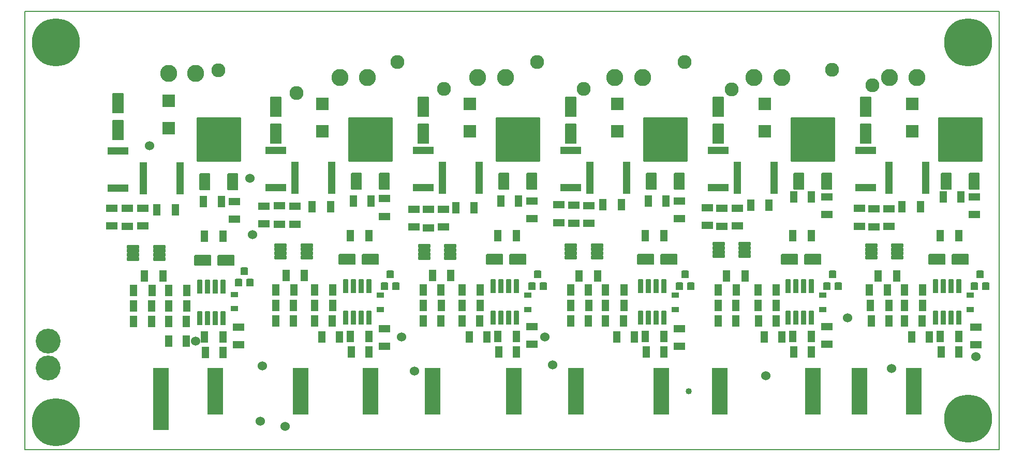
<source format=gbr>
G04 PROTEUS RS274X GERBER FILE*
%FSLAX45Y45*%
%MOMM*%
G01*
%ADD46C,1.524000*%
%ADD47C,1.016000*%
%ADD48C,2.286000*%
%ADD50C,4.064000*%
%ADD51C,2.794000*%
%AMPPAD046*
4,1,36,
-1.143000,1.270000,
1.143000,1.270000,
1.168970,1.267470,
1.192980,1.260200,
1.214580,1.248650,
1.233290,1.233290,
1.248650,1.214570,
1.260200,1.192980,
1.267470,1.168970,
1.270000,1.143000,
1.270000,-1.143000,
1.267470,-1.168970,
1.260200,-1.192980,
1.248650,-1.214570,
1.233290,-1.233290,
1.214580,-1.248650,
1.192980,-1.260200,
1.168970,-1.267470,
1.143000,-1.270000,
-1.143000,-1.270000,
-1.168970,-1.267470,
-1.192980,-1.260200,
-1.214580,-1.248650,
-1.233290,-1.233290,
-1.248650,-1.214570,
-1.260200,-1.192980,
-1.267470,-1.168970,
-1.270000,-1.143000,
-1.270000,1.143000,
-1.267470,1.168970,
-1.260200,1.192980,
-1.248650,1.214570,
-1.233290,1.233290,
-1.214580,1.248650,
-1.192980,1.260200,
-1.168970,1.267470,
-1.143000,1.270000,
0*%
%ADD52PPAD046*%
%AMPPAD065*
4,1,36,
-0.444500,-0.635000,
0.444500,-0.635000,
0.470470,-0.632470,
0.494480,-0.625200,
0.516080,-0.613650,
0.534790,-0.598290,
0.550150,-0.579570,
0.561700,-0.557980,
0.568970,-0.533970,
0.571500,-0.508000,
0.571500,0.508000,
0.568970,0.533970,
0.561700,0.557980,
0.550150,0.579570,
0.534790,0.598290,
0.516080,0.613650,
0.494480,0.625200,
0.470470,0.632470,
0.444500,0.635000,
-0.444500,0.635000,
-0.470470,0.632470,
-0.494480,0.625200,
-0.516080,0.613650,
-0.534790,0.598290,
-0.550150,0.579570,
-0.561700,0.557980,
-0.568970,0.533970,
-0.571500,0.508000,
-0.571500,-0.508000,
-0.568970,-0.533970,
-0.561700,-0.557980,
-0.550150,-0.579570,
-0.534790,-0.598290,
-0.516080,-0.613650,
-0.494480,-0.625200,
-0.470470,-0.632470,
-0.444500,-0.635000,
0*%
%ADD75PPAD065*%
%AMPPAD066*
4,1,36,
3.492500,3.619500,
-3.492500,3.619500,
-3.518470,3.616970,
-3.542480,3.609700,
-3.564080,3.598150,
-3.582790,3.582790,
-3.598150,3.564070,
-3.609700,3.542480,
-3.616970,3.518470,
-3.619500,3.492500,
-3.619500,-3.492500,
-3.616970,-3.518470,
-3.609700,-3.542480,
-3.598150,-3.564070,
-3.582790,-3.582790,
-3.564080,-3.598150,
-3.542480,-3.609700,
-3.518470,-3.616970,
-3.492500,-3.619500,
3.492500,-3.619500,
3.518470,-3.616970,
3.542480,-3.609700,
3.564080,-3.598150,
3.582790,-3.582790,
3.598150,-3.564070,
3.609700,-3.542480,
3.616970,-3.518470,
3.619500,-3.492500,
3.619500,3.492500,
3.616970,3.518470,
3.609700,3.542480,
3.598150,3.564070,
3.582790,3.582790,
3.564080,3.598150,
3.542480,3.609700,
3.518470,3.616970,
3.492500,3.619500,
0*%
%ADD76PPAD066*%
%AMPPAD067*
4,1,36,
0.762000,1.397000,
-0.762000,1.397000,
-0.787970,1.394470,
-0.811980,1.387200,
-0.833580,1.375650,
-0.852290,1.360290,
-0.867650,1.341570,
-0.879200,1.319980,
-0.886470,1.295970,
-0.889000,1.270000,
-0.889000,-1.270000,
-0.886470,-1.295970,
-0.879200,-1.319980,
-0.867650,-1.341570,
-0.852290,-1.360290,
-0.833580,-1.375650,
-0.811980,-1.387200,
-0.787970,-1.394470,
-0.762000,-1.397000,
0.762000,-1.397000,
0.787970,-1.394470,
0.811980,-1.387200,
0.833580,-1.375650,
0.852290,-1.360290,
0.867650,-1.341570,
0.879200,-1.319980,
0.886470,-1.295970,
0.889000,-1.270000,
0.889000,1.270000,
0.886470,1.295970,
0.879200,1.319980,
0.867650,1.341570,
0.852290,1.360290,
0.833580,1.375650,
0.811980,1.387200,
0.787970,1.394470,
0.762000,1.397000,
0*%
%ADD77PPAD067*%
%AMPPAD068*
4,1,4,
-1.054100,-1.054100,
1.054100,-1.054100,
1.054100,1.054100,
-1.054100,1.054100,
-1.054100,-1.054100,
0*%
%ADD78PPAD068*%
%AMPPAD069*
4,1,36,
-0.571500,0.317500,
-0.571500,-0.317500,
-0.568970,-0.343470,
-0.561700,-0.367480,
-0.550150,-0.389080,
-0.534790,-0.407790,
-0.516070,-0.423150,
-0.494480,-0.434700,
-0.470470,-0.441970,
-0.444500,-0.444500,
0.444500,-0.444500,
0.470470,-0.441970,
0.494480,-0.434700,
0.516070,-0.423150,
0.534790,-0.407790,
0.550150,-0.389080,
0.561700,-0.367480,
0.568970,-0.343470,
0.571500,-0.317500,
0.571500,0.317500,
0.568970,0.343470,
0.561700,0.367480,
0.550150,0.389080,
0.534790,0.407790,
0.516070,0.423150,
0.494480,0.434700,
0.470470,0.441970,
0.444500,0.444500,
-0.444500,0.444500,
-0.470470,0.441970,
-0.494480,0.434700,
-0.516070,0.423150,
-0.534790,0.407790,
-0.550150,0.389080,
-0.561700,0.367480,
-0.568970,0.343470,
-0.571500,0.317500,
0*%
%ADD79PPAD069*%
%AMPPAD070*
4,1,4,
-0.596900,-2.654300,
0.596900,-2.654300,
0.596900,2.654300,
-0.596900,2.654300,
-0.596900,-2.654300,
0*%
%ADD80PPAD070*%
%AMPPAD071*
4,1,36,
-0.825500,-1.651000,
0.825500,-1.651000,
0.851470,-1.648470,
0.875480,-1.641200,
0.897080,-1.629650,
0.915790,-1.614290,
0.931150,-1.595570,
0.942700,-1.573980,
0.949970,-1.549970,
0.952500,-1.524000,
0.952500,1.524000,
0.949970,1.549970,
0.942700,1.573980,
0.931150,1.595570,
0.915790,1.614290,
0.897080,1.629650,
0.875480,1.641200,
0.851470,1.648470,
0.825500,1.651000,
-0.825500,1.651000,
-0.851470,1.648470,
-0.875480,1.641200,
-0.897080,1.629650,
-0.915790,1.614290,
-0.931150,1.595570,
-0.942700,1.573980,
-0.949970,1.549970,
-0.952500,1.524000,
-0.952500,-1.524000,
-0.949970,-1.549970,
-0.942700,-1.573980,
-0.931150,-1.595570,
-0.915790,-1.614290,
-0.897080,-1.629650,
-0.875480,-1.641200,
-0.851470,-1.648470,
-0.825500,-1.651000,
0*%
%ADD81PPAD071*%
%AMPPAD058*
4,1,36,
-1.016000,-0.190500,
-1.016000,0.190500,
-1.013470,0.216470,
-1.006200,0.240480,
-0.994650,0.262080,
-0.979290,0.280790,
-0.960570,0.296150,
-0.938980,0.307700,
-0.914970,0.314970,
-0.889000,0.317500,
0.889000,0.317500,
0.914970,0.314970,
0.938980,0.307700,
0.960570,0.296150,
0.979290,0.280790,
0.994650,0.262080,
1.006200,0.240480,
1.013470,0.216470,
1.016000,0.190500,
1.016000,-0.190500,
1.013470,-0.216470,
1.006200,-0.240480,
0.994650,-0.262080,
0.979290,-0.280790,
0.960570,-0.296150,
0.938980,-0.307700,
0.914970,-0.314970,
0.889000,-0.317500,
-0.889000,-0.317500,
-0.914970,-0.314970,
-0.938980,-0.307700,
-0.960570,-0.296150,
-0.979290,-0.280790,
-0.994650,-0.262080,
-1.006200,-0.240480,
-1.013470,-0.216470,
-1.016000,-0.190500,
0*%
%ADD64PPAD058*%
%AMPPAD072*
4,1,36,
-0.317500,-1.143000,
0.317500,-1.143000,
0.343470,-1.140470,
0.367480,-1.133200,
0.389080,-1.121650,
0.407790,-1.106290,
0.423150,-1.087570,
0.434700,-1.065980,
0.441970,-1.041970,
0.444500,-1.016000,
0.444500,1.016000,
0.441970,1.041970,
0.434700,1.065980,
0.423150,1.087570,
0.407790,1.106290,
0.389080,1.121650,
0.367480,1.133200,
0.343470,1.140470,
0.317500,1.143000,
-0.317500,1.143000,
-0.343470,1.140470,
-0.367480,1.133200,
-0.389080,1.121650,
-0.407790,1.106290,
-0.423150,1.087570,
-0.434700,1.065980,
-0.441970,1.041970,
-0.444500,1.016000,
-0.444500,-1.016000,
-0.441970,-1.041970,
-0.434700,-1.065980,
-0.423150,-1.087570,
-0.407790,-1.106290,
-0.389080,-1.121650,
-0.367480,-1.133200,
-0.343470,-1.140470,
-0.317500,-1.143000,
0*%
%ADD82PPAD072*%
%AMPPAD073*
4,1,4,
-1.701800,0.622300,
-1.701800,-0.622300,
1.701800,-0.622300,
1.701800,0.622300,
-1.701800,0.622300,
0*%
%ADD83PPAD073*%
%AMPPAD055*
4,1,36,
-1.397000,-0.762000,
-1.397000,0.762000,
-1.394470,0.787970,
-1.387200,0.811980,
-1.375650,0.833580,
-1.360290,0.852290,
-1.341570,0.867650,
-1.319980,0.879200,
-1.295970,0.886470,
-1.270000,0.889000,
1.270000,0.889000,
1.295970,0.886470,
1.319980,0.879200,
1.341570,0.867650,
1.360290,0.852290,
1.375650,0.833580,
1.387200,0.811980,
1.394470,0.787970,
1.397000,0.762000,
1.397000,-0.762000,
1.394470,-0.787970,
1.387200,-0.811980,
1.375650,-0.833580,
1.360290,-0.852290,
1.341570,-0.867650,
1.319980,-0.879200,
1.295970,-0.886470,
1.270000,-0.889000,
-1.270000,-0.889000,
-1.295970,-0.886470,
-1.319980,-0.879200,
-1.341570,-0.867650,
-1.360290,-0.852290,
-1.375650,-0.833580,
-1.387200,-0.811980,
-1.394470,-0.787970,
-1.397000,-0.762000,
0*%
%ADD61PPAD055*%
%AMPPAD074*
4,1,4,
0.571500,0.901700,
-0.571500,0.901700,
-0.571500,-0.901700,
0.571500,-0.901700,
0.571500,0.901700,
0*%
%ADD84PPAD074*%
%AMPPAD075*
4,1,4,
0.901700,-0.571500,
0.901700,0.571500,
-0.901700,0.571500,
-0.901700,-0.571500,
0.901700,-0.571500,
0*%
%ADD85PPAD075*%
%ADD65C,7.874000*%
%ADD40C,0.203200*%
D46*
X-1270000Y-2413000D03*
X+6032500Y-2095500D03*
X+1079500Y-2413000D03*
D47*
X+3429000Y-3302000D03*
D46*
X+8128000Y-2730500D03*
D48*
X-2984500Y+1587500D03*
X-571500Y+1651000D03*
X+1714500Y+1651000D03*
X+4134346Y+1645009D03*
X+5778500Y+1968500D03*
X+6437156Y+1707029D03*
X+3365500Y+2095500D03*
X+952500Y+2095500D03*
X-1333500Y+2095500D03*
D46*
X-4635500Y-2476500D03*
X-3175000Y-3873500D03*
X-3746500Y+190500D03*
D48*
X-4263961Y+1955083D03*
D46*
X+1206500Y-2870200D03*
X-5394560Y+718686D03*
X-3710965Y-739165D03*
X-3579519Y-3792125D03*
X-3543300Y-2882900D03*
X+4694397Y-3045266D03*
X+6750617Y-2928609D03*
X-1054100Y-2971800D03*
D50*
X-7048500Y-2476500D03*
X-7048500Y-2921000D03*
D51*
X-1828800Y+1841500D03*
D52*
X-2921000Y-3556000D03*
X-2921000Y-3048000D03*
X-2921000Y-3302000D03*
D51*
X+431800Y+1841500D03*
D52*
X-762000Y-3556000D03*
X-762000Y-3302000D03*
X-762000Y-3048000D03*
X+1587500Y-3302000D03*
X+1587500Y-3556000D03*
X+1587500Y-3048000D03*
D51*
X+2679700Y+1841500D03*
D52*
X+3937000Y-3556000D03*
X+6223000Y-3556000D03*
X+3937000Y-3048000D03*
X+6223000Y-3048000D03*
X+3937000Y-3302000D03*
X+6223000Y-3302000D03*
D51*
X+4953000Y+1841500D03*
X+7162800Y+1841500D03*
D75*
X+8196580Y-1389380D03*
X+8290560Y-1579880D03*
X+8102600Y-1579880D03*
D76*
X+7874000Y+825500D03*
D77*
X+8102600Y+134620D03*
X+7645400Y+134620D03*
D75*
X+5783580Y-1389380D03*
X+5877560Y-1579880D03*
X+5689600Y-1579880D03*
D76*
X+5461000Y+825500D03*
D77*
X+5689600Y+134620D03*
X+5232400Y+134620D03*
D75*
X+3370580Y-1389380D03*
X+3464560Y-1579880D03*
X+3276600Y-1579880D03*
D76*
X+3048000Y+825500D03*
D77*
X+3276600Y+134620D03*
X+2819400Y+134620D03*
D75*
X+957580Y-1389380D03*
X+1051560Y-1579880D03*
X+863600Y-1579880D03*
D76*
X+635000Y+825500D03*
D77*
X+863600Y+134620D03*
X+406400Y+134620D03*
D75*
X-1455420Y-1389380D03*
X-1361440Y-1579880D03*
X-1549400Y-1579880D03*
D76*
X-1778000Y+825500D03*
D77*
X-1549400Y+134620D03*
X-2006600Y+134620D03*
D78*
X+7086600Y+1404620D03*
X+7086600Y+954620D03*
D79*
X+8039100Y-1960880D03*
X+8039100Y-1725930D03*
D78*
X+4673600Y+1404620D03*
X+4673600Y+954620D03*
D79*
X+5626100Y-1960880D03*
X+5626100Y-1725930D03*
D78*
X+2260600Y+1404620D03*
X+2260600Y+954620D03*
D79*
X+3213100Y-1960880D03*
X+3213100Y-1725930D03*
D78*
X-152400Y+1404620D03*
X-152400Y+954620D03*
D79*
X+800100Y-1960880D03*
X+800100Y-1725930D03*
D78*
X-2565400Y+1404620D03*
X-2565400Y+954620D03*
D79*
X-1612900Y-1960880D03*
X-1612900Y-1725930D03*
D80*
X+6705600Y+198120D03*
X+7305600Y+198120D03*
X+4229100Y+198120D03*
X+4829100Y+198120D03*
X+1816100Y+198120D03*
X+2416100Y+198120D03*
X-596900Y+198120D03*
X+3100Y+198120D03*
X-3009900Y+198120D03*
X-2409900Y+198120D03*
D52*
X+7112000Y-3302000D03*
X+5461000Y-3302000D03*
X+2984500Y-3302000D03*
X+571500Y-3302000D03*
X-1778000Y-3302000D03*
X+7112000Y-3556000D03*
X+5461000Y-3556000D03*
X+2984500Y-3556000D03*
X+571500Y-3556000D03*
X-1778000Y-3556000D03*
X+7112000Y-3048000D03*
X+5461000Y-3048000D03*
X+2984500Y-3048000D03*
X+571500Y-3048000D03*
X-1778000Y-3048000D03*
D51*
X+6718300Y+1841500D03*
X+4495800Y+1841500D03*
X+2222500Y+1841500D03*
X-25400Y+1841500D03*
X-2273300Y+1841500D03*
D81*
X+6324600Y+914620D03*
X+6324600Y+1359120D03*
X+3911600Y+914620D03*
X+3911600Y+1359120D03*
X+1498600Y+914620D03*
X+1498600Y+1359120D03*
X-914400Y+914620D03*
X-914400Y+1359120D03*
X-3327400Y+914620D03*
X-3327400Y+1359120D03*
D64*
X+6845300Y-914400D03*
X+6845300Y-979400D03*
X+6845300Y-1044400D03*
X+6845300Y-1109400D03*
X+6415300Y-1109400D03*
X+6415300Y-1044400D03*
X+6415300Y-979400D03*
X+6415300Y-914400D03*
D82*
X+7848600Y-2100580D03*
X+7721600Y-2100580D03*
X+7594600Y-2100580D03*
X+7467600Y-2100580D03*
X+7467600Y-1579880D03*
X+7594600Y-1579880D03*
X+7721600Y-1579880D03*
X+7848600Y-1579880D03*
D64*
X+4347950Y-890850D03*
X+4347950Y-955850D03*
X+4347950Y-1020850D03*
X+4347950Y-1085850D03*
X+3917950Y-1085850D03*
X+3917950Y-1020850D03*
X+3917950Y-955850D03*
X+3917950Y-890850D03*
D82*
X+5435600Y-2100580D03*
X+5308600Y-2100580D03*
X+5181600Y-2100580D03*
X+5054600Y-2100580D03*
X+5054600Y-1579880D03*
X+5181600Y-1579880D03*
X+5308600Y-1579880D03*
X+5435600Y-1579880D03*
D64*
X+1928600Y-909900D03*
X+1928600Y-974900D03*
X+1928600Y-1039900D03*
X+1928600Y-1104900D03*
X+1498600Y-1104900D03*
X+1498600Y-1039900D03*
X+1498600Y-974900D03*
X+1498600Y-909900D03*
D82*
X+3022600Y-2100580D03*
X+2895600Y-2100580D03*
X+2768600Y-2100580D03*
X+2641600Y-2100580D03*
X+2641600Y-1579880D03*
X+2768600Y-1579880D03*
X+2895600Y-1579880D03*
X+3022600Y-1579880D03*
D64*
X-469900Y-924100D03*
X-469900Y-989100D03*
X-469900Y-1054100D03*
X-469900Y-1119100D03*
X-899900Y-1119100D03*
X-899900Y-1054100D03*
X-899900Y-989100D03*
X-899900Y-924100D03*
D82*
X+609600Y-2100580D03*
X+482600Y-2100580D03*
X+355600Y-2100580D03*
X+228600Y-2100580D03*
X+228600Y-1579880D03*
X+355600Y-1579880D03*
X+482600Y-1579880D03*
X+609600Y-1579880D03*
D64*
X-2819400Y-911400D03*
X-2819400Y-976400D03*
X-2819400Y-1041400D03*
X-2819400Y-1106400D03*
X-3249400Y-1106400D03*
X-3249400Y-1041400D03*
X-3249400Y-976400D03*
X-3249400Y-911400D03*
D82*
X-1803400Y-2100580D03*
X-1930400Y-2100580D03*
X-2057400Y-2100580D03*
X-2184400Y-2100580D03*
X-2184400Y-1579880D03*
X-2057400Y-1579880D03*
X-1930400Y-1579880D03*
X-1803400Y-1579880D03*
D83*
X-3327400Y+642620D03*
X-3327400Y+32620D03*
X+6324600Y+642620D03*
X+6324600Y+32620D03*
X+1498600Y+642620D03*
X+1498600Y+32620D03*
X+3911600Y+642620D03*
X+3911600Y+32620D03*
X-914400Y+642620D03*
X-914400Y+32620D03*
D61*
X+7874000Y-1143000D03*
X+7493000Y-1143000D03*
D84*
X+7848600Y-754380D03*
X+7548600Y-754380D03*
D61*
X+5461000Y-1143000D03*
X+5080000Y-1143000D03*
D84*
X+5435600Y-754380D03*
X+5135600Y-754380D03*
D61*
X+3111500Y-1143000D03*
X+2730500Y-1143000D03*
D84*
X+3022600Y-754380D03*
X+2722600Y-754380D03*
D61*
X+635000Y-1143000D03*
X+254000Y-1143000D03*
D84*
X+609600Y-754380D03*
X+309600Y-754380D03*
D61*
X-1778000Y-1143000D03*
X-2159000Y-1143000D03*
D84*
X-1803400Y-754380D03*
X-2103400Y-754380D03*
X+6705600Y-2151380D03*
X+6415600Y-2151380D03*
X+6678100Y-1643380D03*
X+6388100Y-1643380D03*
D85*
X+6705600Y-599880D03*
X+6705600Y-309880D03*
X+6223000Y-596900D03*
X+6223000Y-306900D03*
D84*
X+7249600Y-2151380D03*
X+6959600Y-2151380D03*
D85*
X+8128000Y-2250000D03*
X+8128000Y-2540000D03*
D84*
X+7848600Y-2405380D03*
X+7548600Y-2405380D03*
X+7221500Y-279400D03*
X+6921500Y-279400D03*
D85*
X+8102600Y-119380D03*
X+8102600Y-409380D03*
D84*
X+7594600Y-119380D03*
X+7884600Y-119380D03*
X+7848600Y-2659380D03*
X+7558600Y-2659380D03*
D85*
X+6464300Y-309880D03*
X+6464300Y-609880D03*
D84*
X+6832600Y-1409700D03*
X+6532600Y-1409700D03*
X+7259600Y-1643380D03*
X+6959600Y-1643380D03*
X+7259600Y-1897380D03*
X+6959600Y-1897380D03*
X+6705600Y-1897380D03*
X+6405600Y-1897380D03*
X+4864100Y-1897380D03*
X+4564100Y-1897380D03*
X+4351300Y-1409700D03*
X+4051300Y-1409700D03*
X+4211600Y-1643380D03*
X+3911600Y-1643380D03*
D85*
X+3975100Y-304800D03*
X+3975100Y-604800D03*
D84*
X+4864100Y-1643380D03*
X+4564100Y-1643380D03*
X+5435600Y-2405380D03*
X+5135600Y-2405380D03*
X+5435600Y-2659380D03*
X+5145600Y-2659380D03*
D85*
X+5689600Y-2242380D03*
X+5689600Y-2532380D03*
X+5689600Y-119380D03*
X+5689600Y-409380D03*
D84*
X+5145600Y-119380D03*
X+5435600Y-119380D03*
X+3022600Y-2659380D03*
X+2732600Y-2659380D03*
D85*
X+3276600Y-2278380D03*
X+3276600Y-2568380D03*
X+3276600Y-182880D03*
X+3276600Y-472880D03*
D84*
X+2768600Y-182880D03*
X+3058600Y-182880D03*
D85*
X+4229100Y-594800D03*
X+4229100Y-304800D03*
X+3733800Y-582100D03*
X+3733800Y-292100D03*
D84*
X+4745000Y-254000D03*
X+4445000Y-254000D03*
X+4201600Y-2151380D03*
X+3911600Y-2151380D03*
X+4201600Y-1897380D03*
X+3911600Y-1897380D03*
X+4864100Y-2151380D03*
X+4574100Y-2151380D03*
X+3022600Y-2405380D03*
X+2722600Y-2405380D03*
D85*
X+1308100Y-538480D03*
X+1308100Y-248480D03*
X+1798600Y-551180D03*
X+1798600Y-261180D03*
X-584200Y-612580D03*
X-584200Y-322580D03*
X-1066800Y-612580D03*
X-1066800Y-322580D03*
X+1549400Y-251180D03*
X+1549400Y-551180D03*
X-824450Y-323630D03*
X-824450Y-623630D03*
D84*
X+1938300Y-1414780D03*
X+1638300Y-1414780D03*
X-462000Y-1402080D03*
X-762000Y-1402080D03*
X+2326920Y-241300D03*
X+2026920Y-241300D03*
X-81280Y-292100D03*
X-381280Y-292100D03*
D85*
X-3009900Y-563880D03*
X-3009900Y-273880D03*
X-3517900Y-558800D03*
X-3517900Y-268800D03*
D84*
X-2430500Y-279400D03*
X-2730500Y-279400D03*
D85*
X-3263900Y-263880D03*
X-3263900Y-563880D03*
D84*
X-2857500Y-1402080D03*
X-3157500Y-1402080D03*
X+1788600Y-2151380D03*
X+1498600Y-2151380D03*
X+1788600Y-1643380D03*
X+1498600Y-1643380D03*
X+2360100Y-2151380D03*
X+2070100Y-2151380D03*
X+2370100Y-1897380D03*
X+2070100Y-1897380D03*
X+1798600Y-1897380D03*
X+1498600Y-1897380D03*
X+2370100Y-1643380D03*
X+2070100Y-1643380D03*
X+609600Y-2405380D03*
X+309600Y-2405380D03*
D85*
X+863600Y-2242380D03*
X+863600Y-2532380D03*
D84*
X+609600Y-2659380D03*
X+319600Y-2659380D03*
D85*
X+863600Y-182880D03*
X+863600Y-472880D03*
D84*
X+355600Y-182880D03*
X+645600Y-182880D03*
X+10600Y-2151380D03*
X-279400Y-2151380D03*
X-624400Y-2151380D03*
X-914400Y-2151380D03*
X-624400Y-1643380D03*
X-914400Y-1643380D03*
X+20600Y-1897380D03*
X-279400Y-1897380D03*
X-614400Y-1897380D03*
X-914400Y-1897380D03*
X+20600Y-1643380D03*
X-279400Y-1643380D03*
X-2392400Y-1897380D03*
X-2692400Y-1897380D03*
X-3027400Y-1643380D03*
X-3327400Y-1643380D03*
X-2392400Y-1643380D03*
X-2692400Y-1643380D03*
X-1803400Y-2405380D03*
X-2103400Y-2405380D03*
X-3037400Y-2151380D03*
X-3327400Y-2151380D03*
X-3037400Y-1897380D03*
X-3327400Y-1897380D03*
X-2402400Y-2151380D03*
X-2692400Y-2151380D03*
D85*
X-1549400Y-2278380D03*
X-1549400Y-2568380D03*
X-1549400Y-146880D03*
X-1549400Y-436880D03*
D84*
X-2057400Y-182880D03*
X-1767400Y-182880D03*
X-1803400Y-2659380D03*
X-2093400Y-2659380D03*
D76*
X-4254500Y+817880D03*
D77*
X-4025900Y+127000D03*
X-4483100Y+127000D03*
D83*
X-5905500Y+635000D03*
X-5905500Y+25000D03*
D64*
X-5232400Y-936800D03*
X-5232400Y-1001800D03*
X-5232400Y-1066800D03*
X-5232400Y-1131800D03*
X-5662400Y-1131800D03*
X-5662400Y-1066800D03*
X-5662400Y-1001800D03*
X-5662400Y-936800D03*
D82*
X-4191000Y-2108200D03*
X-4318000Y-2108200D03*
X-4445000Y-2108200D03*
X-4572000Y-2108200D03*
X-4572000Y-1587500D03*
X-4445000Y-1587500D03*
X-4318000Y-1587500D03*
X-4191000Y-1587500D03*
D78*
X-5080000Y+1460500D03*
X-5080000Y+1010500D03*
D79*
X-4000500Y-1949450D03*
X-4000500Y-1714500D03*
D75*
X-3843020Y-1333500D03*
X-3749040Y-1524000D03*
X-3937000Y-1524000D03*
D81*
X-5905500Y+970500D03*
X-5905500Y+1415000D03*
D80*
X-5489500Y+190500D03*
X-4889500Y+190500D03*
D51*
X-5080000Y+1905000D03*
D52*
X-4318000Y-3556000D03*
X-4318000Y-3048000D03*
X-4318000Y-3302000D03*
D84*
X-4780000Y-1905000D03*
X-5080000Y-1905000D03*
X-5173700Y-1409700D03*
X-5473700Y-1409700D03*
X-5351500Y-1651000D03*
X-5651500Y-1651000D03*
D85*
X-5753100Y-304800D03*
X-5753100Y-604800D03*
D84*
X-4780000Y-1651000D03*
X-5080000Y-1651000D03*
X-4191000Y-2413000D03*
X-4491000Y-2413000D03*
X-4191000Y-762000D03*
X-4491000Y-762000D03*
X-4970500Y-330200D03*
X-5270500Y-330200D03*
D61*
X-4141610Y-1157110D03*
X-4522610Y-1157110D03*
D84*
X-5361500Y-2159000D03*
X-5651500Y-2159000D03*
X-5361500Y-1905000D03*
X-5651500Y-1905000D03*
D85*
X-5499100Y-594800D03*
X-5499100Y-304800D03*
X-6007100Y-594800D03*
X-6007100Y-304800D03*
D84*
X-4790000Y-2159000D03*
X-5080000Y-2159000D03*
D85*
X-3937000Y-2250000D03*
X-3937000Y-2540000D03*
X-4000500Y-190500D03*
X-4000500Y-480500D03*
D84*
X-4508500Y-190500D03*
X-4218500Y-190500D03*
X-4191000Y-2667000D03*
X-4481000Y-2667000D03*
D65*
X-6921500Y-3810000D03*
X-6921500Y+2413000D03*
X+8001000Y+2413000D03*
X+8001000Y-3746500D03*
D52*
X-5207000Y-3048000D03*
X-5207000Y-3302000D03*
X-5207000Y-3556000D03*
X-5207000Y-3810000D03*
D51*
X-4635500Y+1905000D03*
D84*
X+7366000Y-2413000D03*
X+7076000Y-2413000D03*
X+4953000Y-2413000D03*
X+4663000Y-2413000D03*
X+2540000Y-2413000D03*
X+2250000Y-2413000D03*
X+127000Y-2413000D03*
X-163000Y-2413000D03*
X-2286000Y-2413000D03*
X-2576000Y-2413000D03*
X-4790000Y-2476500D03*
X-5080000Y-2476500D03*
D40*
X-7429500Y-4254500D02*
X+8509000Y-4254500D01*
X+8509000Y+2921000D01*
X-7429500Y+2921000D01*
X-7429500Y-4254500D01*
M02*

</source>
